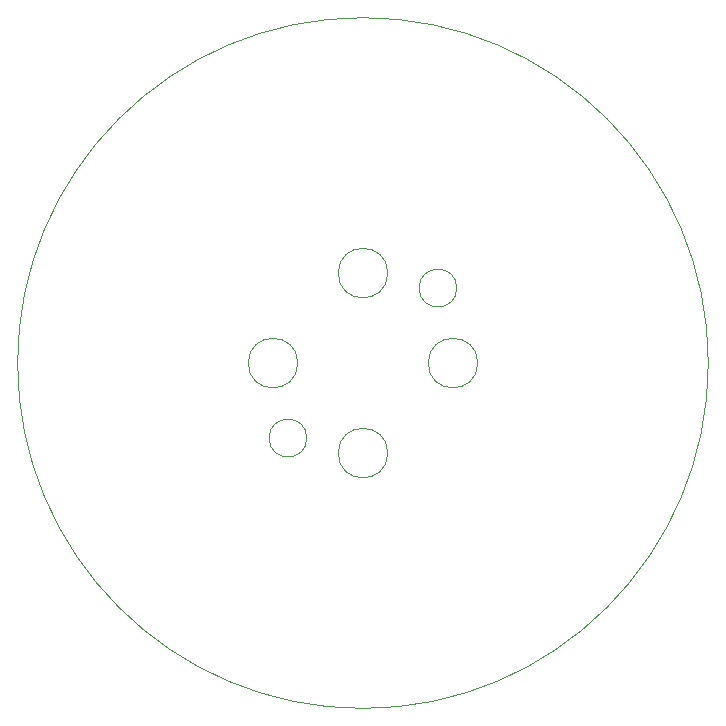
<source format=gbr>
G04 #@! TF.GenerationSoftware,KiCad,Pcbnew,(5.1.5)-3*
G04 #@! TF.CreationDate,2021-07-05T18:08:41+08:00*
G04 #@! TF.ProjectId,____,9b201f68-2e6b-4696-9361-645f70636258,rev?*
G04 #@! TF.SameCoordinates,Original*
G04 #@! TF.FileFunction,Profile,NP*
%FSLAX46Y46*%
G04 Gerber Fmt 4.6, Leading zero omitted, Abs format (unit mm)*
G04 Created by KiCad (PCBNEW (5.1.5)-3) date 2021-07-05 18:08:41*
%MOMM*%
%LPD*%
G04 APERTURE LIST*
%ADD10C,0.050000*%
G04 APERTURE END LIST*
D10*
X141808000Y-98298000D02*
G75*
G03X141808000Y-98298000I-1600000J0D01*
G01*
X154508000Y-85598000D02*
G75*
G03X154508000Y-85598000I-1600000J0D01*
G01*
X141038000Y-91948000D02*
G75*
G03X141038000Y-91948000I-2100000J0D01*
G01*
X156278000Y-91948000D02*
G75*
G03X156278000Y-91948000I-2100000J0D01*
G01*
X148658000Y-99568000D02*
G75*
G03X148658000Y-99568000I-2100000J0D01*
G01*
X148658000Y-84328000D02*
G75*
G03X148658000Y-84328000I-2100000J0D01*
G01*
X175798905Y-91948000D02*
G75*
G03X175798905Y-91948000I-29240905J0D01*
G01*
M02*

</source>
